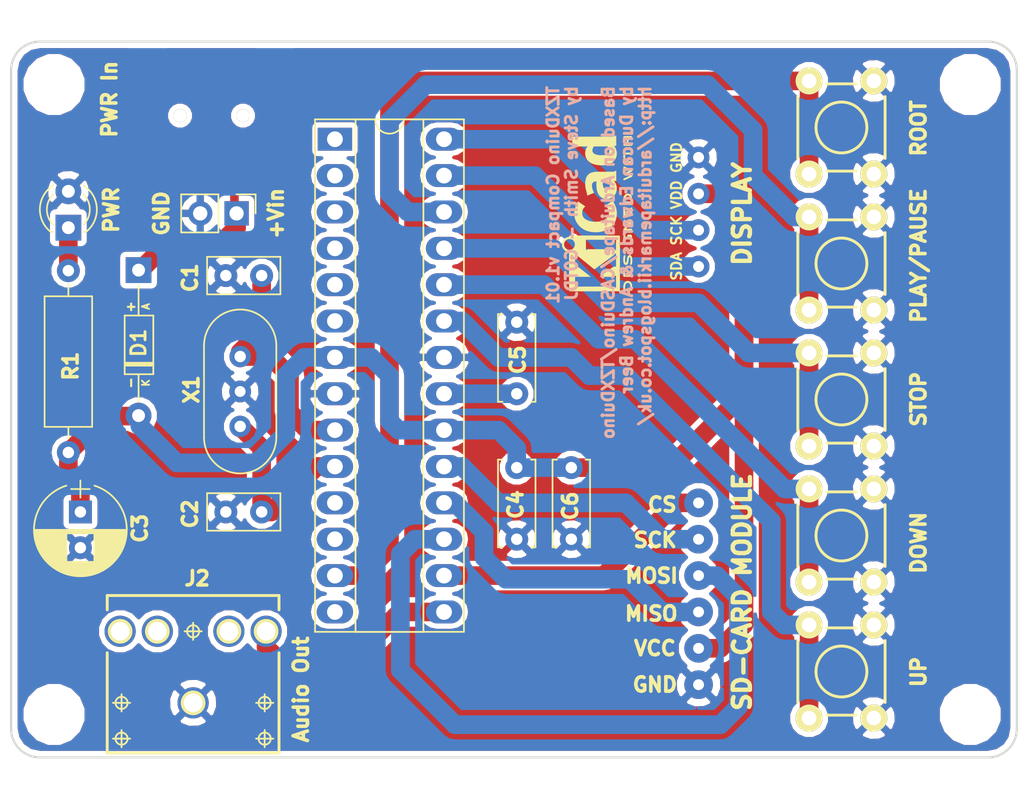
<source format=kicad_pcb>
(kicad_pcb (version 4) (host pcbnew 4.0.5)
  (layers (0 F.Cu signal) (31 B.Cu signal) (34 B.Paste user) (35 F.Paste user) (36 B.SilkS user) (37 F.SilkS user) (38 B.Mask user) (39 F.Mask user) (44 Edge.Cuts user))
  (net 0 "")
  (net 1 XTAL1)
  (net 2 XTAL2)
  (net 3 VCC)
  (net 4 "Net-(C5-Pad1)")
  (net 5 RESET)
  (net 6 VIN)
  (net 7 "Net-(D2-Pad1)")
  (net 8 GND)
  (net 9 A5)
  (net 10 A4)
  (net 11 D9)
  (net 12 D0)
  (net 13 D10)
  (net 14 D1)
  (net 15 MOSI)
  (net 16 D2)
  (net 17 MISO)
  (net 18 D3)
  (net 19 SCK)
  (net 20 D4)
  (net 21 A0)
  (net 22 A1)
  (net 23 D5)
  (net 24 A2)
  (net 25 D6)
  (net 26 A3)
  (net 27 D7)
  (net 28 D8)
  (net 29 "Net-(J1-Pad4)")
  (net 30 "Net-(J1-Pad3)")
  (net 31 "Net-(J1-Pad2)")
  (net 32 "Net-(J2-Pad3)")
  (module Capacitors_THT:C_Disc_D5.0mm_W2.5mm_P2.50mm (layer F.Cu) (at 127 93.345)
    (fp_text reference C1 (at -2.5 0.155 90) (layer F.SilkS) (effects (font (thickness 0.25))))
    (fp_text value 22pf hide)
    (pad 1 thru_hole circle (at 0 0) (size 1.6 1.6) (drill 0.8) (layers *.Cu *.Mask) (net 8 GND))
    (pad 2 thru_hole circle (at 2.5 0) (size 1.6 1.6) (drill 0.8) (layers *.Cu *.Mask) (net 1 XTAL1))
  )
  (module Capacitors_THT:C_Disc_D5.0mm_W2.5mm_P2.50mm (layer F.Cu) (at 127 109.855)
    (fp_text reference C2 (at -2.5 0.145 90) (layer F.SilkS) (effects (font (thickness 0.25))))
    (fp_text value 22pf hide)
    (pad 1 thru_hole circle (at 0 0) (size 1.6 1.6) (drill 0.8) (layers *.Cu *.Mask) (net 8 GND))
    (pad 2 thru_hole circle (at 2.5 0) (size 1.6 1.6) (drill 0.8) (layers *.Cu *.Mask) (net 2 XTAL2))
  )
  (module Capacitors_THT:CP_Radial_D6.3mm_P2.50mm (layer F.Cu) (at 116.84 109.855 270)
    (fp_text reference C3 (at 1.145 -4.16 270) (layer F.SilkS) (effects (font (thickness 0.25))))
    (fp_text value 10u hide)
    (pad 1 thru_hole rect (at 0 0 270) (size 1.6 1.6) (drill 0.8) (layers *.Cu *.Mask) (net 3 VCC))
    (pad 2 thru_hole circle (at 2.5 0 270) (size 1.6 1.6) (drill 0.8) (layers *.Cu *.Mask) (net 8 GND))
  )
  (module Capacitors_THT:C_Disc_D6.0mm_W2.5mm_P5.00mm (layer F.Cu) (at 147.32 111.76 90)
    (fp_text reference C4 (at 2.42 -0.08 90) (layer F.SilkS) (effects (font (thickness 0.25))))
    (fp_text value 100n hide)
    (pad 1 thru_hole circle (at 0 0 90) (size 1.6 1.6) (drill 0.8) (layers *.Cu *.Mask) (net 8 GND))
    (pad 2 thru_hole circle (at 5 0 90) (size 1.6 1.6) (drill 0.8) (layers *.Cu *.Mask) (net 3 VCC))
  )
  (module Capacitors_THT:C_Disc_D6.0mm_W2.5mm_P5.00mm (layer F.Cu) (at 147.32 101.6 90)
    (fp_text reference C5 (at 2.37 0.08 90) (layer F.SilkS) (effects (font (thickness 0.25))))
    (fp_text value 100n hide)
    (pad 1 thru_hole circle (at 0 0 90) (size 1.6 1.6) (drill 0.8) (layers *.Cu *.Mask) (net 4 "Net-(C5-Pad1)"))
    (pad 2 thru_hole circle (at 5 0 90) (size 1.6 1.6) (drill 0.8) (layers *.Cu *.Mask) (net 8 GND))
  )
  (module Capacitors_THT:C_Disc_D6.0mm_W2.5mm_P5.00mm (layer F.Cu) (at 151.13 111.76 90)
    (fp_text reference C6 (at 2.32 -0.07 90) (layer F.SilkS) (effects (font (thickness 0.25))))
    (fp_text value 10n hide)
    (pad 1 thru_hole circle (at 0 0 90) (size 1.6 1.6) (drill 0.8) (layers *.Cu *.Mask) (net 8 GND))
    (pad 2 thru_hole circle (at 5 0 90) (size 1.6 1.6) (drill 0.8) (layers *.Cu *.Mask) (net 3 VCC))
  )
  (module LEDs:LED_D3.0mm (layer F.Cu) (at 116 90 90)
    (fp_text reference D2 hide)
    (fp_text value LED hide)
    (pad 1 thru_hole rect (at 0 0 90) (size 1.8 1.8) (drill 0.9) (layers *.Cu *.Mask) (net 7 "Net-(D2-Pad1)"))
    (pad 2 thru_hole circle (at 2.54 0 90) (size 1.8 1.8) (drill 0.9) (layers *.Cu *.Mask) (net 8 GND))
  )
  (module G0TDJ:OLED128x64_I2C (layer F.Cu) (at 160.02 85.09 270)
    (fp_text reference DS1 hide)
    (fp_text value OLED128x64 hide)
    (fp_text user SDA (at 7.61 1.54 270) (layer F.SilkS) (effects (font (size 0.7 0.7))))
    (fp_text user SCK (at 5.11 1.54 270) (layer F.SilkS) (effects (font (size 0.7 0.7))))
    (fp_text user VDD (at 2.61 1.54 270) (layer F.SilkS) (effects (font (size 0.7 0.7))))
    (fp_text user GND (at 0.01 1.54 270) (layer F.SilkS) (effects (font (size 0.7 0.7))))
    (pad 1 thru_hole circle (at 0 0 270) (size 1.524 1.524) (drill 0.762) (layers *.Cu *.Mask) (net 8 GND))
    (pad 2 thru_hole circle (at 2.54 0 270) (size 1.524 1.524) (drill 0.762) (layers *.Cu *.Mask) (net 3 VCC))
    (pad 3 thru_hole circle (at 5.08 0 270) (size 1.524 1.524) (drill 0.762) (layers *.Cu *.Mask) (net 9 A5))
    (pad 4 thru_hole circle (at 7.62 0 270) (size 1.524 1.524) (drill 0.762) (layers *.Cu *.Mask) (net 10 A4))
  )
  (module G0TDJ:DIP-28_W7.62mm_Socket_LongPads_ZIF (layer F.Cu) (at 134.62 83.82)
    (fp_text reference IC1 hide)
    (fp_text value ATMEGA328P-P hide)
    (pad 1 thru_hole rect (at 0 0) (size 2.4 1.6) (drill 1.1) (layers *.Cu *.Mask) (net 5 RESET))
    (pad 15 thru_hole oval (at 7.62 33.02) (size 2.54 1.6) (drill 1.1) (layers *.Cu *.Mask) (net 11 D9))
    (pad 2 thru_hole oval (at 0 2.54) (size 2.54 1.6) (drill 1.1) (layers *.Cu *.Mask) (net 12 D0))
    (pad 16 thru_hole oval (at 7.62 30.48) (size 2.54 1.6) (drill 1.1) (layers *.Cu *.Mask) (net 13 D10))
    (pad 3 thru_hole oval (at 0 5.08) (size 2.54 1.6) (drill 1.1) (layers *.Cu *.Mask) (net 14 D1))
    (pad 17 thru_hole oval (at 7.62 27.94) (size 2.54 1.6) (drill 1.1) (layers *.Cu *.Mask) (net 15 MOSI))
    (pad 4 thru_hole oval (at 0 7.62) (size 2.54 1.6) (drill 1.1) (layers *.Cu *.Mask) (net 16 D2))
    (pad 18 thru_hole oval (at 7.62 25.4) (size 2.54 1.6) (drill 1.1) (layers *.Cu *.Mask) (net 17 MISO))
    (pad 5 thru_hole oval (at 0 10.16) (size 2.54 1.6) (drill 1.1) (layers *.Cu *.Mask) (net 18 D3))
    (pad 19 thru_hole oval (at 7.62 22.86) (size 2.54 1.6) (drill 1.1) (layers *.Cu *.Mask) (net 19 SCK))
    (pad 6 thru_hole oval (at 0 12.7) (size 2.54 1.6) (drill 1.1) (layers *.Cu *.Mask) (net 20 D4))
    (pad 20 thru_hole oval (at 7.62 20.32) (size 2.54 1.6) (drill 1.1) (layers *.Cu *.Mask) (net 3 VCC))
    (pad 7 thru_hole oval (at 0 15.24) (size 2.54 1.6) (drill 1.1) (layers *.Cu *.Mask) (net 3 VCC))
    (pad 21 thru_hole oval (at 7.62 17.78) (size 2.54 1.6) (drill 1.1) (layers *.Cu *.Mask) (net 4 "Net-(C5-Pad1)"))
    (pad 8 thru_hole oval (at 0 17.78) (size 2.54 1.6) (drill 1.1) (layers *.Cu *.Mask) (net 8 GND))
    (pad 22 thru_hole oval (at 7.62 15.24) (size 2.54 1.6) (drill 1.1) (layers *.Cu *.Mask) (net 8 GND))
    (pad 9 thru_hole oval (at 0 20.32) (size 2.54 1.6) (drill 1.1) (layers *.Cu *.Mask) (net 1 XTAL1))
    (pad 23 thru_hole oval (at 7.62 12.7) (size 2.54 1.6) (drill 1.1) (layers *.Cu *.Mask) (net 21 A0))
    (pad 10 thru_hole oval (at 0 22.86) (size 2.54 1.6) (drill 1.1) (layers *.Cu *.Mask) (net 2 XTAL2))
    (pad 24 thru_hole oval (at 7.62 10.16) (size 2.54 1.6) (drill 1.1) (layers *.Cu *.Mask) (net 22 A1))
    (pad 11 thru_hole oval (at 0 25.4) (size 2.54 1.6) (drill 1.1) (layers *.Cu *.Mask) (net 23 D5))
    (pad 25 thru_hole oval (at 7.62 7.62) (size 2.54 1.6) (drill 1.1) (layers *.Cu *.Mask) (net 24 A2))
    (pad 12 thru_hole oval (at 0 27.94) (size 2.54 1.6) (drill 1.1) (layers *.Cu *.Mask) (net 25 D6))
    (pad 26 thru_hole oval (at 7.62 5.08) (size 2.54 1.6) (drill 1.1) (layers *.Cu *.Mask) (net 26 A3))
    (pad 13 thru_hole oval (at 0 30.48) (size 2.54 1.6) (drill 1.1) (layers *.Cu *.Mask) (net 27 D7))
    (pad 27 thru_hole oval (at 7.62 2.54) (size 2.54 1.6) (drill 1.1) (layers *.Cu *.Mask) (net 10 A4))
    (pad 14 thru_hole oval (at 0 33.02) (size 2.54 1.6) (drill 1.1) (layers *.Cu *.Mask) (net 28 D8))
    (pad 28 thru_hole oval (at 7.62 0) (size 2.54 1.6) (drill 1.1) (layers *.Cu *.Mask) (net 9 A5))
  )
  (module G0TDJ:USB-MINI-B-SMD (layer F.Cu) (at 126 82)
    (fp_text reference J1)
    (fp_text value USB_MINI)
    (pad "" smd rect (at 4.45008 -2.82956) (size 1.99898 2.49936) (layers F.Cu F.Paste F.Mask) (clearance 0.14986))
    (pad "" smd rect (at 4.45008 2.66954) (size 1.99898 2.49936) (layers F.Cu F.Paste F.Mask))
    (pad 6 smd rect (at -4.45008 2.66954) (size 1.99898 2.49936) (layers F.Cu F.Paste F.Mask))
    (pad "" smd rect (at -4.45008 -2.82956) (size 1.99898 2.49936) (layers F.Cu F.Paste F.Mask))
    (pad "" thru_hole circle (at 2.19964 0.17018) (size 0.90932 0.90932) (drill 0.89916) (layers *.Cu *.Mask F.SilkS) (clearance 0.14986))
    (pad "" thru_hole circle (at -2.19964 0.17018) (size 0.90932 0.90932) (drill 0.89916) (layers *.Cu *.Mask F.SilkS) (clearance 0.14986))
    (pad 5 smd rect (at -1.6002 2.77114) (size 0.50038 2.30124) (layers F.Cu F.Paste F.Mask) (net 8 GND) (clearance 0.14986))
    (pad 4 smd rect (at -0.8001 2.77114) (size 0.50038 2.30124) (layers F.Cu F.Paste F.Mask) (net 29 "Net-(J1-Pad4)") (clearance 0.14986))
    (pad 3 smd rect (at 0 2.77114) (size 0.50038 2.30124) (layers F.Cu F.Paste F.Mask) (net 30 "Net-(J1-Pad3)") (clearance 0.14986))
    (pad 2 smd rect (at 0.8001 2.77114) (size 0.50038 2.30124) (layers F.Cu F.Paste F.Mask) (net 31 "Net-(J1-Pad2)") (clearance 0.14986))
    (pad 1 smd rect (at 1.6002 2.77114) (size 0.50038 2.30124) (layers F.Cu F.Paste F.Mask) (net 6 VIN) (clearance 0.14986))
  )
  (module Pin_Headers:Pin_Header_Straight_1x02_Pitch2.54mm (layer F.Cu) (at 127.75 89 270)
    (fp_text reference P1 hide)
    (fp_text value CONN_2 hide)
    (pad 1 thru_hole rect (at 0 0 270) (size 1.7 1.7) (drill 1) (layers *.Cu *.Mask) (net 6 VIN))
    (pad 2 thru_hole oval (at 0 2.54 270) (size 1.7 1.7) (drill 1) (layers *.Cu *.Mask) (net 8 GND))
  )
  (module G0TDJ:XTAL-RES_HC49-4H_Vertical (layer F.Cu) (at 128 99 270)
    (fp_text reference X1 (at 2.3 3.4 270) (layer F.SilkS) (effects (font (thickness 0.25))))
    (fp_text value "XTAL/RES 16MHz" hide)
    (pad 1 thru_hole circle (at 0 0 270) (size 1.5 1.5) (drill 0.8) (layers *.Cu *.Mask) (net 1 XTAL1))
    (pad 2 thru_hole circle (at 4.88 0 270) (size 1.5 1.5) (drill 0.8) (layers *.Cu *.Mask) (net 2 XTAL2))
    (pad 3 thru_hole circle (at 2.44 0 270) (size 1.524 1.524) (drill 0.762) (layers *.Cu *.Mask) (net 8 GND))
  )
  (module Resistors_THT:R_Axial_DIN0309_L9.0mm_D3.2mm_P12.70mm_Horizontal (layer F.Cu) (at 116 93 270)
    (fp_text reference R1 (at 6.67 -0.16 270) (layer F.SilkS) (effects (font (thickness 0.25))))
    (fp_text value 330R hide)
    (pad 1 thru_hole circle (at 0 0 270) (size 1.6 1.6) (drill 0.8) (layers *.Cu *.Mask) (net 7 "Net-(D2-Pad1)"))
    (pad 2 thru_hole oval (at 12.7 0 270) (size 1.6 1.6) (drill 0.8) (layers *.Cu *.Mask) (net 3 VCC))
  )
  (module G0TDJ:TACTILE-PTH (layer F.Cu) (at 170 121 270)
    (fp_text reference S1 hide)
    (fp_text value TAC_SWITCH hide)
    (pad 1 thru_hole circle (at -3.2512 -2.2606 270) (size 1.8796 1.8796) (drill 1.016) (layers *.Cu *.Mask F.SilkS) (net 8 GND))
    (pad 2 thru_hole circle (at 3.2512 -2.2606 270) (size 1.8796 1.8796) (drill 1.016) (layers *.Cu *.Mask F.SilkS) (net 8 GND))
    (pad 3 thru_hole circle (at -3.2512 2.2606 270) (size 1.8796 1.8796) (drill 1.016) (layers *.Cu *.Mask F.SilkS) (net 21 A0))
    (pad 4 thru_hole circle (at 3.2512 2.2606 270) (size 1.8796 1.8796) (drill 1.016) (layers *.Cu *.Mask F.SilkS) (net 21 A0))
  )
  (module G0TDJ:TACTILE-PTH (layer F.Cu) (at 170 111.5 270)
    (fp_text reference S2 hide)
    (fp_text value TAC_SWITCH hide)
    (pad 1 thru_hole circle (at -3.2512 -2.2606 270) (size 1.8796 1.8796) (drill 1.016) (layers *.Cu *.Mask F.SilkS) (net 8 GND))
    (pad 2 thru_hole circle (at 3.2512 -2.2606 270) (size 1.8796 1.8796) (drill 1.016) (layers *.Cu *.Mask F.SilkS) (net 8 GND))
    (pad 3 thru_hole circle (at -3.2512 2.2606 270) (size 1.8796 1.8796) (drill 1.016) (layers *.Cu *.Mask F.SilkS) (net 22 A1))
    (pad 4 thru_hole circle (at 3.2512 2.2606 270) (size 1.8796 1.8796) (drill 1.016) (layers *.Cu *.Mask F.SilkS) (net 22 A1))
  )
  (module G0TDJ:TACTILE-PTH (layer F.Cu) (at 170 102 270)
    (fp_text reference S3 hide)
    (fp_text value TAC_SWITCH hide)
    (pad 1 thru_hole circle (at -3.2512 -2.2606 270) (size 1.8796 1.8796) (drill 1.016) (layers *.Cu *.Mask F.SilkS) (net 8 GND))
    (pad 2 thru_hole circle (at 3.2512 -2.2606 270) (size 1.8796 1.8796) (drill 1.016) (layers *.Cu *.Mask F.SilkS) (net 8 GND))
    (pad 3 thru_hole circle (at -3.2512 2.2606 270) (size 1.8796 1.8796) (drill 1.016) (layers *.Cu *.Mask F.SilkS) (net 24 A2))
    (pad 4 thru_hole circle (at 3.2512 2.2606 270) (size 1.8796 1.8796) (drill 1.016) (layers *.Cu *.Mask F.SilkS) (net 24 A2))
  )
  (module G0TDJ:TACTILE-PTH (layer F.Cu) (at 170 92.5 270)
    (fp_text reference S4 hide)
    (fp_text value TAC_SWITCH hide)
    (pad 1 thru_hole circle (at -3.2512 -2.2606 270) (size 1.8796 1.8796) (drill 1.016) (layers *.Cu *.Mask F.SilkS) (net 8 GND))
    (pad 2 thru_hole circle (at 3.2512 -2.2606 270) (size 1.8796 1.8796) (drill 1.016) (layers *.Cu *.Mask F.SilkS) (net 8 GND))
    (pad 3 thru_hole circle (at -3.2512 2.2606 270) (size 1.8796 1.8796) (drill 1.016) (layers *.Cu *.Mask F.SilkS) (net 26 A3))
    (pad 4 thru_hole circle (at 3.2512 2.2606 270) (size 1.8796 1.8796) (drill 1.016) (layers *.Cu *.Mask F.SilkS) (net 26 A3))
  )
  (module G0TDJ:TACTILE-PTH (layer F.Cu) (at 170 83 270)
    (fp_text reference S5 hide)
    (fp_text value TAC_SWITCH hide)
    (pad 1 thru_hole circle (at -3.2512 -2.2606 270) (size 1.8796 1.8796) (drill 1.016) (layers *.Cu *.Mask F.SilkS) (net 8 GND))
    (pad 2 thru_hole circle (at 3.2512 -2.2606 270) (size 1.8796 1.8796) (drill 1.016) (layers *.Cu *.Mask F.SilkS) (net 8 GND))
    (pad 3 thru_hole circle (at -3.2512 2.2606 270) (size 1.8796 1.8796) (drill 1.016) (layers *.Cu *.Mask F.SilkS) (net 27 D7))
    (pad 4 thru_hole circle (at 3.2512 2.2606 270) (size 1.8796 1.8796) (drill 1.016) (layers *.Cu *.Mask F.SilkS) (net 27 D7))
  )
  (module G0TDJ:Catalex_Micro-SD_Module (layer F.Cu) (at 142.24 115.57)
    (fp_text reference MOD1 hide)
    (fp_text value Catalex_Micro_SD hide)
    (fp_text user GND (at 14.732 6.35) (layer F.SilkS) (effects (font (thickness 0.25))))
    (fp_text user VCC (at 14.732 3.81) (layer F.SilkS) (effects (font (thickness 0.25))))
    (fp_text user MISO (at 14.478 1.397) (layer F.SilkS) (effects (font (thickness 0.25))))
    (fp_text user MOSI (at 14.5 -1.25) (layer F.SilkS) (effects (font (thickness 0.25))))
    (fp_text user SCK (at 14.75 -3.75) (layer F.SilkS) (effects (font (thickness 0.25))))
    (fp_text user CS (at 15.24 -6.223) (layer F.SilkS) (effects (font (thickness 0.25))))
    (pad 4 thru_hole circle (at 17.78 -6.35) (size 2 2) (drill 0.762) (layers *.Cu *.Mask) (net 13 D10))
    (pad 5 thru_hole circle (at 17.78 -3.81) (size 2 2) (drill 0.762) (layers *.Cu *.Mask) (net 19 SCK))
    (pad 6 thru_hole circle (at 17.78 -1.27) (size 2 2) (drill 0.762) (layers *.Cu *.Mask) (net 15 MOSI))
    (pad 7 thru_hole circle (at 17.78 1.27) (size 2 2) (drill 0.762) (layers *.Cu *.Mask) (net 17 MISO))
    (pad 8 thru_hole circle (at 17.78 3.81) (size 2 2) (drill 0.762) (layers *.Cu *.Mask) (net 3 VCC))
    (pad 9 thru_hole circle (at 17.78 6.35) (size 2 2) (drill 0.762) (layers *.Cu *.Mask) (net 8 GND))
  )
  (module G0TDJ:3.5-AUDIO-JACK-KIT (layer F.Cu) (at 124.714 123.19 90)
    (fp_text reference J2 (at 8.69 0.286 180) (layer F.SilkS) (effects (font (thickness 0.25))))
    (fp_text value 35RAPC4BHN2 hide)
    (pad 5 thru_hole circle (at 4.99872 -5.09778 90) (size 2.18186 2.18186) (drill 1.29794) (layers *.Cu *.Paste *.Mask))
    (pad 4 thru_hole circle (at 4.99872 -2.49936 90) (size 2.18186 2.18186) (drill 1.29794) (layers *.Cu *.Paste *.Mask))
    (pad 1 thru_hole circle (at 0 0 90) (size 2.18186 2.18186) (drill 1.29794) (layers *.Cu *.Paste *.Mask) (net 8 GND))
    (pad 2 thru_hole circle (at 4.99872 5.09778 90) (size 2.18186 2.18186) (drill 1.29794) (layers *.Cu *.Paste *.Mask) (net 11 D9))
    (pad 3 thru_hole circle (at 4.99872 2.49936 90) (size 2.18186 2.18186) (drill 1.29794) (layers *.Cu *.Paste *.Mask) (net 32 "Net-(J2-Pad3)"))
  )
  (module Mounting_Holes:MountingHole_3.5mm (layer F.Cu) (at 115 124)
    (fp_text reference REF** hide)
    (fp_text value MountingHole_3.5mm hide)
    (pad 1 np_thru_hole circle (at 0 0) (size 3.5 3.5) (drill 3.5) (layers *.Cu *.Mask))
  )
  (module Mounting_Holes:MountingHole_3.5mm (layer F.Cu) (at 115 80)
    (fp_text reference REF** hide)
    (fp_text value MountingHole_3.5mm hide)
    (pad 1 np_thru_hole circle (at 0 0) (size 3.5 3.5) (drill 3.5) (layers *.Cu *.Mask))
  )
  (module Mounting_Holes:MountingHole_3.5mm (layer F.Cu) (at 179 80)
    (fp_text reference REF** hide)
    (fp_text value MountingHole_3.5mm hide)
    (pad 1 np_thru_hole circle (at 0 0) (size 3.5 3.5) (drill 3.5) (layers *.Cu *.Mask))
  )
  (module Mounting_Holes:MountingHole_3.5mm (layer F.Cu) (at 179 124)
    (fp_text reference REF** hide)
    (fp_text value MountingHole_3.5mm hide)
    (pad 1 np_thru_hole circle (at 0 0) (size 3.5 3.5) (drill 3.5) (layers *.Cu *.Mask))
  )
  (module ProjectAVR_Logos:KiCad-Logo_Copper_11mmx5mm (layer F.Cu) (at 152.5 89 90)
    (fp_text reference G***)
    (fp_text value "KiCad Logo" hide)
    (fp_text user "DESIGNED WITH" (at 0 2.6 90) (layer F.SilkS) (effects (font (size 0.5 0.97) (thickness 0.125))))
    (pad 1 smd circle (at -2.17 -1.49 90) (size 0.9 0.9) (layers F.Cu F.Mask))
  )
  (module ProjectAVR_Logos:projectavr_logo_F_Copper_11.5mm (layer F.Cu) (at 179 102 90)
    (fp_text reference G*** hide)
    (fp_text value LOGO hide)
    (fp_poly (pts (xy -0.746125 0.173591) (xy -0.746567 0.308231) (xy -0.747827 0.431796) (xy -0.749809 0.540578) (xy -0.752414 0.63087) (xy -0.755546 0.698966) (xy -0.759107 0.741158) (xy -0.761318 0.752268) (xy -0.793942 0.795841) (xy -0.850119 0.826409) (xy -0.923186 0.840719) (xy -0.943775 0.841375) (xy -1.016 0.841375) (xy -1.016 0.778433) (xy -1.010627 0.730387) (xy -0.992065 0.703405) (xy -0.98425 0.6985) (xy -0.975594 0.692809) (xy -0.968673 0.683801) (xy -0.963292 0.668181) (xy -0.959259 0.642652) (xy -0.956379 0.603917) (xy -0.954459 0.54868) (xy -0.953305 0.473645) (xy -0.952724 0.375515) (xy -0.952521 0.250994) (xy -0.9525 0.158191) (xy -0.9525 -0.365125) (xy -0.746125 -0.365125) (xy -0.746125 0.173591)) (layer F.Cu) (width 0.01))
    (fp_poly (pts (xy -1.2243 -0.365945) (xy -1.149212 -0.326859) (xy -1.107151 -0.287416) (xy -1.081904 -0.253159) (xy -1.062881 -0.215169) (xy -1.049252 -0.168523) (xy -1.04019 -0.108303) (xy -1.034867 -0.029587) (xy -1.032454 0.072544) (xy -1.032053 0.15875) (xy -1.032982 0.254097) (xy -1.035556 0.342497) (xy -1.039451 0.417328) (xy -1.044347 0.471967) (xy -1.048449 0.4956) (xy -1.081476 0.568123) (xy -1.133628 0.631328) (xy -1.195833 0.674456) (xy -1.201281 0.676846) (xy -1.263072 0.692332) (xy -1.338631 0.697086) (xy -1.413066 0.691155) (xy -1.468438 0.675999) (xy -1.528552 0.636699) (xy -1.582539 0.580108) (xy -1.618172 0.519053) (xy -1.618241 0.518872) (xy -1.62394 0.487605) (xy -1.628688 0.429176) (xy -1.632273 0.348165) (xy -1.634484 0.249153) (xy -1.6351 0.155991) (xy -1.42875 0.155991) (xy -1.428423 0.265153) (xy -1.427212 0.346992) (xy -1.424774 0.405933) (xy -1.420767 0.446398) (xy -1.414847 0.472811) (xy -1.406671 0.489596) (xy -1.402478 0.494843) (xy -1.36164 0.51969) (xy -1.314109 0.521168) (xy -1.272658 0.49985) (xy -1.262963 0.488592) (xy -1.253915 0.470297) (xy -1.247288 0.442029) (xy -1.242745 0.399298) (xy -1.239951 0.337612) (xy -1.238568 0.25248) (xy -1.23825 0.15875) (xy -1.238702 0.050257) (xy -1.240279 -0.030987) (xy -1.24332 -0.089473) (xy -1.248161 -0.129694) (xy -1.255137 -0.15614) (xy -1.262963 -0.171093) (xy -1.300162 -0.199709) (xy -1.347654 -0.204625) (xy -1.393773 -0.185074) (xy -1.399719 -0.180103) (xy -1.409786 -0.168391) (xy -1.417235 -0.151096) (xy -1.422453 -0.123736) (xy -1.425826 -0.081833) (xy -1.427741 -0.020908) (xy -1.428585 0.063518) (xy -1.42875 0.155991) (xy -1.6351 0.155991) (xy -1.635125 0.152275) (xy -1.634943 0.04255) (xy -1.634084 -0.040439) (xy -1.632079 -0.101705) (xy -1.62846 -0.146263) (xy -1.622757 -0.179124) (xy -1.614503 -0.205303) (xy -1.603229 -0.229813) (xy -1.59857 -0.23876) (xy -1.546928 -0.30493) (xy -1.476763 -0.351418) (xy -1.394992 -0.377539) (xy -1.308532 -0.38261) (xy -1.2243 -0.365945)) (layer F.Cu) (width 0.01))
    (fp_poly (pts (xy -0.247207 -0.367237) (xy -0.184778 -0.342497) (xy -0.132483 -0.298424) (xy -0.104169 -0.263825) (xy -0.089999 -0.240886) (xy -0.080146 -0.212356) (xy -0.073595 -0.171795) (xy -0.069331 -0.112761) (xy -0.066339 -0.028814) (xy -0.066175 -0.022712) (xy -0.060911 0.174625) (xy -0.4445 0.174625) (xy -0.4445 0.313967) (xy -0.441218 0.402791) (xy -0.430206 0.464281) (xy -0.409721 0.502283) (xy -0.378015 0.520644) (xy -0.34925 0.523875) (xy -0.302595 0.511792) (xy -0.271897 0.474649) (xy -0.256369 0.411096) (xy -0.254 0.361592) (xy -0.254 0.269875) (xy -0.060242 0.269875) (xy -0.06584 0.40366) (xy -0.072849 0.488335) (xy -0.088238 0.550372) (xy -0.115972 0.598573) (xy -0.160017 0.641744) (xy -0.180083 0.657341) (xy -0.234383 0.682358) (xy -0.306707 0.695245) (xy -0.385587 0.69563) (xy -0.459554 0.683143) (xy -0.500063 0.667695) (xy -0.550915 0.632459) (xy -0.596003 0.586639) (xy -0.60325 0.576774) (xy -0.616324 0.55655) (xy -0.626229 0.536432) (xy -0.633482 0.511777) (xy -0.638596 0.477944) (xy -0.642086 0.430293) (xy -0.644467 0.364182) (xy -0.646254 0.274969) (xy -0.647713 0.17584) (xy -0.649166 0.062796) (xy -0.649702 -0.023295) (xy -0.649253 -0.06104) (xy -0.4445 -0.06104) (xy -0.4445 0.03175) (xy -0.249591 0.03175) (xy -0.258282 -0.064094) (xy -0.268672 -0.13505) (xy -0.286197 -0.179245) (xy -0.313757 -0.201382) (xy -0.345976 -0.206375) (xy -0.3952 -0.196324) (xy -0.426631 -0.16436) (xy -0.442107 -0.107772) (xy -0.4445 -0.06104) (xy -0.649253 -0.06104) (xy -0.648941 -0.087229) (xy -0.646506 -0.133799) (xy -0.642019 -0.167798) (xy -0.635101 -0.194021) (xy -0.625375 -0.217261) (xy -0.615126 -0.237288) (xy -0.562463 -0.308573) (xy -0.492404 -0.354687) (xy -0.403246 -0.376469) (xy -0.329914 -0.377762) (xy -0.247207 -0.367237)) (layer F.Cu) (width 0.01))
    (fp_poly (pts (xy 0.434598 -0.36225) (xy 0.50847 -0.32645) (xy 0.559937 -0.268858) (xy 0.590482 -0.18797) (xy 0.600582 -0.110618) (xy 0.606832 0) (xy 0.396875 0) (xy 0.396875 -0.084138) (xy 0.39207 -0.148129) (xy 0.375526 -0.186415) (xy 0.344051 -0.203872) (xy 0.316785 -0.206375) (xy 0.286233 -0.20422) (xy 0.26304 -0.195219) (xy 0.246205 -0.175568) (xy 0.234725 -0.141464) (xy 0.227598 -0.089103) (xy 0.223822 -0.014682) (xy 0.222396 0.085603) (xy 0.22225 0.152498) (xy 0.222894 0.270972) (xy 0.225462 0.361423) (xy 0.230905 0.427563) (xy 0.240176 0.473104) (xy 0.254227 0.501758) (xy 0.27401 0.517237) (xy 0.300476 0.523253) (xy 0.3175 0.523875) (xy 0.364155 0.511792) (xy 0.394853 0.474649) (xy 0.410381 0.411096) (xy 0.41275 0.361592) (xy 0.41275 0.269875) (xy 0.606508 0.269875) (xy 0.60091 0.40366) (xy 0.593901 0.488335) (xy 0.578512 0.550372) (xy 0.550778 0.598573) (xy 0.506733 0.641744) (xy 0.486667 0.657341) (xy 0.432367 0.682358) (xy 0.360043 0.695245) (xy 0.281163 0.69563) (xy 0.207196 0.683143) (xy 0.166687 0.667695) (xy 0.115835 0.632459) (xy 0.070747 0.586639) (xy 0.0635 0.576774) (xy 0.050426 0.55655) (xy 0.040521 0.536432) (xy 0.033268 0.511777) (xy 0.028154 0.477944) (xy 0.024664 0.430293) (xy 0.022283 0.364182) (xy 0.020496 0.274969) (xy 0.019037 0.17584) (xy 0.017584 0.062796) (xy 0.017048 -0.023295) (xy 0.017809 -0.087229) (xy 0.020244 -0.133799) (xy 0.024731 -0.167798) (xy 0.031649 -0.194021) (xy 0.041375 -0.217261) (xy 0.051624 -0.237288) (xy 0.104287 -0.308573) (xy 0.174346 -0.354687) (xy 0.263504 -0.376469) (xy 0.336836 -0.377762) (xy 0.434598 -0.36225)) (layer F.Cu) (width 0.01))
    (fp_poly (pts (xy 3.847723 -0.36225) (xy 3.921595 -0.32645) (xy 3.973062 -0.268858) (xy 4.003607 -0.18797) (xy 4.013707 -0.110618) (xy 4.019957 0) (xy 3.81 0) (xy 3.81 -0.084138) (xy 3.805195 -0.148129) (xy 3.788651 -0.186415) (xy 3.757176 -0.203872) (xy 3.72991 -0.206375) (xy 3.699358 -0.20422) (xy 3.676165 -0.195219) (xy 3.65933 -0.175568) (xy 3.64785 -0.141464) (xy 3.640723 -0.089103) (xy 3.636947 -0.014682) (xy 3.635521 0.085603) (xy 3.635375 0.152498) (xy 3.636019 0.270972) (xy 3.638587 0.361423) (xy 3.64403 0.427563) (xy 3.653301 0.473104) (xy 3.667352 0.501758) (xy 3.687135 0.517237) (xy 3.713601 0.523253) (xy 3.730625 0.523875) (xy 3.77728 0.511792) (xy 3.807978 0.474649) (xy 3.823506 0.411096) (xy 3.825875 0.361592) (xy 3.825875 0.269875) (xy 4.019633 0.269875) (xy 4.014035 0.40366) (xy 4.007026 0.488335) (xy 3.991637 0.550372) (xy 3.963903 0.598573) (xy 3.919858 0.641744) (xy 3.899792 0.657341) (xy 3.845492 0.682358) (xy 3.773168 0.695245) (xy 3.694288 0.69563) (xy 3.620321 0.683143) (xy 3.579812 0.667695) (xy 3.52896 0.632459) (xy 3.483872 0.586639) (xy 3.476625 0.576774) (xy 3.463551 0.55655) (xy 3.453646 0.536432) (xy 3.446393 0.511777) (xy 3.441279 0.477944) (xy 3.437789 0.430293) (xy 3.435408 0.364182) (xy 3.433621 0.274969) (xy 3.432162 0.17584) (xy 3.430709 0.062796) (xy 3.430173 -0.023295) (xy 3.430934 -0.087229) (xy 3.433369 -0.133799) (xy 3.437856 -0.167798) (xy 3.444774 -0.194021) (xy 3.4545 -0.217261) (xy 3.464749 -0.237288) (xy 3.517412 -0.308573) (xy 3.587471 -0.354687) (xy 3.676629 -0.376469) (xy 3.749961 -0.377762) (xy 3.847723 -0.36225)) (layer F.Cu) (width 0.01))
    (fp_poly (pts (xy 4.474825 -0.365945) (xy 4.549913 -0.326859) (xy 4.591974 -0.287416) (xy 4.617221 -0.253159) (xy 4.636244 -0.215169) (xy 4.649873 -0.168523) (xy 4.658935 -0.108303) (xy 4.664258 -0.029587) (xy 4.666671 0.072544) (xy 4.667072 0.15875) (xy 4.666143 0.254097) (xy 4.663569 0.342497) (xy 4.659674 0.417328) (xy 4.654778 0.471967) (xy 4.650676 0.4956) (xy 4.617649 0.568123) (xy 4.565497 0.631328) (xy 4.503292 0.674456) (xy 4.497844 0.676846) (xy 4.436053 0.692332) (xy 4.360494 0.697086) (xy 4.286059 0.691155) (xy 4.230687 0.675999) (xy 4.170573 0.636699) (xy 4.116586 0.580108) (xy 4.080953 0.519053) (xy 4.080884 0.518872) (xy 4.075185 0.487605) (xy 4.070437 0.429176) (xy 4.066852 0.348165) (xy 4.064641 0.249153) (xy 4.064025 0.155991) (xy 4.270375 0.155991) (xy 4.270702 0.265153) (xy 4.271913 0.346992) (xy 4.274351 0.405933) (xy 4.278358 0.446398) (xy 4.284278 0.472811) (xy 4.292454 0.489596) (xy 4.296647 0.494843) (xy 4.337485 0.51969) (xy 4.385016 0.521168) (xy 4.426467 0.49985) (xy 4.436162 0.488592) (xy 4.44521 0.470297) (xy 4.451837 0.442029) (xy 4.45638 0.399298) (xy 4.459174 0.337612) (xy 4.460557 0.25248) (xy 4.460875 0.15875) (xy 4.460423 0.050257) (xy 4.458846 -0.030987) (xy 4.455805 -0.089473) (xy 4.450964 -0.129694) (xy 4.443988 -0.15614) (xy 4.436162 -0.171093) (xy 4.398963 -0.199709) (xy 4.351471 -0.204625) (xy 4.305352 -0.185074) (xy 4.299406 -0.180103) (xy 4.289339 -0.168391) (xy 4.28189 -0.151096) (xy 4.276672 -0.123736) (xy 4.273299 -0.081833) (xy 4.271384 -0.020908) (xy 4.27054 0.063518) (xy 4.270375 0.155991) (xy 4.064025 0.155991) (xy 4.064 0.152275) (xy 4.064182 0.04255) (xy 4.065041 -0.040439) (xy 4.067046 -0.101705) (xy 4.070665 -0.146263) (xy 4.076368 -0.179124) (xy 4.084622 -0.205303) (xy 4.095896 -0.229813) (xy 4.100555 -0.23876) (xy 4.152197 -0.30493) (xy 4.222362 -0.351418) (xy 4.304133 -0.377539) (xy 4.390593 -0.38261) (xy 4.474825 -0.365945)) (layer F.Cu) (width 0.01))
    (fp_poly (pts (xy -5.58111 -0.365136) (xy -5.560912 -0.359294) (xy -5.546222 -0.344349) (xy -5.535342 -0.316397) (xy -5.526572 -0.271534) (xy -5.518213 -0.205856) (xy -5.508567 -0.11546) (xy -5.499751 -0.03175) (xy -5.490504 0.052764) (xy -5.482189 0.125292) (xy -5.475464 0.180358) (xy -5.470988 0.212485) (xy -5.469683 0.218449) (xy -5.466059 0.205026) (xy -5.458347 0.165236) (xy -5.447443 0.10407) (xy -5.434241 0.026518) (xy -5.422705 -0.043489) (xy -5.405253 -0.151705) (xy -5.391834 -0.232624) (xy -5.380786 -0.290182) (xy -5.370448 -0.328317) (xy -5.359156 -0.350965) (xy -5.34525 -0.362065) (xy -5.327067 -0.365554) (xy -5.302945 -0.365368) (xy -5.286935 -0.365125) (xy -5.21026 -0.365125) (xy -5.193258 -0.265907) (xy -5.183179 -0.205952) (xy -5.17023 -0.127343) (xy -5.156497 -0.042788) (xy -5.149629 0) (xy -5.137725 0.069681) (xy -5.1264 0.127497) (xy -5.117132 0.166352) (xy -5.112397 0.178809) (xy -5.107441 0.167883) (xy -5.100189 0.130104) (xy -5.091352 0.070228) (xy -5.081637 -0.00699) (xy -5.07276 -0.087097) (xy -5.043727 -0.365125) (xy -4.950739 -0.365125) (xy -4.892292 -0.36234) (xy -4.862951 -0.353671) (xy -4.858416 -0.345282) (xy -4.860876 -0.325227) (xy -4.867536 -0.277704) (xy -4.877822 -0.206637) (xy -4.891159 -0.115947) (xy -4.906971 -0.009555) (xy -4.924684 0.108616) (xy -4.934638 0.174625) (xy -5.010195 0.674687) (xy -5.202665 0.684027) (xy -5.230862 0.496795) (xy -5.249997 0.370063) (xy -5.265058 0.271643) (xy -5.276648 0.198443) (xy -5.285366 0.14737) (xy -5.291816 0.115331) (xy -5.296597 0.099234) (xy -5.300311 0.095988) (xy -5.30356 0.102499) (xy -5.305859 0.111125) (xy -5.311577 0.139688) (xy -5.321262 0.19344) (xy -5.333845 0.266223) (xy -5.348256 0.351876) (xy -5.358945 0.416718) (xy -5.402401 0.682625) (xy -5.494898 0.682625) (xy -5.54755 0.681338) (xy -5.576668 0.675542) (xy -5.590428 0.662327) (xy -5.595345 0.646906) (xy -5.599668 0.622628) (xy -5.607817 0.572446) (xy -5.61908 0.501048) (xy -5.632746 0.413116) (xy -5.648106 0.313338) (xy -5.664448 0.206396) (xy -5.681061 0.096978) (xy -5.697234 -0.010233) (xy -5.712257 -0.110551) (xy -5.725419 -0.199291) (xy -5.736008 -0.271768) (xy -5.743315 -0.323297) (xy -5.746628 -0.349192) (xy -5.74675 -0.35101) (xy -5.73228 -0.358237) (xy -5.694456 -0.363327) (xy -5.644824 -0.365125) (xy -5.608514 -0.365779) (xy -5.58111 -0.365136)) (layer F.Cu) (width 0.01))
    (fp_poly (pts (xy -4.676235 -0.365136) (xy -4.656037 -0.359294) (xy -4.641347 -0.344349) (xy -4.630467 -0.316397) (xy -4.621697 -0.271534) (xy -4.613338 -0.205856) (xy -4.603692 -0.11546) (xy -4.594876 -0.03175) (xy -4.585629 0.052764) (xy -4.577314 0.125292) (xy -4.570589 0.180358) (xy -4.566113 0.212485) (xy -4.564808 0.218449) (xy -4.561184 0.205026) (xy -4.553472 0.165236) (xy -4.542568 0.10407) (xy -4.529366 0.026518) (xy -4.51783 -0.043489) (xy -4.500378 -0.151705) (xy -4.486959 -0.232624) (xy -4.475911 -0.290182) (xy -4.465573 -0.328317) (xy -4.454281 -0.350965) (xy -4.440375 -0.362065) (xy -4.422192 -0.365554) (xy -4.39807 -0.365368) (xy -4.38206 -0.365125) (xy -4.305385 -0.365125) (xy -4.288383 -0.265907) (xy -4.278304 -0.205952) (xy -4.265355 -0.127343) (xy -4.251622 -0.042788) (xy -4.244754 0) (xy -4.23285 0.069681) (xy -4.221525 0.127497) (xy -4.212257 0.166352) (xy -4.207522 0.178809) (xy -4.202566 0.167883) (xy -4.195314 0.130104) (xy -4.186477 0.070228) (xy -4.176762 -0.00699) (xy -4.167885 -0.087097) (xy -4.138852 -0.365125) (xy -4.045864 -0.365125) (xy -3.987417 -0.36234) (xy -3.958076 -0.353671) (xy -3.953541 -0.345282) (xy -3.956001 -0.325227) (xy -3.962661 -0.277704) (xy -3.972947 -0.206637) (xy -3.986284 -0.115947) (xy -4.002096 -0.009555) (xy -4.019809 0.108616) (xy -4.029763 0.174625) (xy -4.10532 0.674687) (xy -4.29779 0.684027) (xy -4.325987 0.496795) (xy -4.345122 0.370063) (xy -4.360183 0.271643) (xy -4.371773 0.198443) (xy -4.380491 0.14737) (xy -4.386941 0.115331) (xy -4.391722 0.099234) (xy -4.395436 0.095988) (xy -4.398685 0.102499) (xy -4.400984 0.111125) (xy -4.406702 0.139688) (xy -4.416387 0.19344) (xy -4.42897 0.266223) (xy -4.443381 0.351876) (xy -4.45407 0.416718) (xy -4.497526 0.682625) (xy -4.590023 0.682625) (xy -4.642675 0.681338) (xy -4.671793 0.675542) (xy -4.685553 0.662327) (xy -4.69047 0.646906) (xy -4.694793 0.622628) (xy -4.702942 0.572446) (xy -4.714205 0.501048) (xy -4.727871 0.413116) (xy -4.743231 0.313338) (xy -4.759573 0.206396) (xy -4.776186 0.096978) (xy -4.792359 -0.010233) (xy -4.807382 -0.110551) (xy -4.820544 -0.199291) (xy -4.831133 -0.271768) (xy -4.83844 -0.323297) (xy -4.841753 -0.349192) (xy -4.841875 -0.35101) (xy -4.827405 -0.358237) (xy -4.789581 -0.363327) (xy -4.739949 -0.365125) (xy -4.703639 -0.365779) (xy -4.676235 -0.365136)) (layer F.Cu) (width 0.01))
    (fp_poly (pts (xy -3.77136 -0.365136) (xy -3.751162 -0.359294) (xy -3.736472 -0.344349) (xy -3.725592 -0.316397) (xy -3.716822 -0.271534) (xy -3.708463 -0.205856) (xy -3.698817 -0.11546) (xy -3.690001 -0.03175) (xy -3.680754 0.052764) (xy -3.672439 0.125292) (xy -3.665714 0.180358) (xy -3.661238 0.212485) (xy -3.659933 0.218449) (xy -3.656309 0.205026) (xy -3.648597 0.165236) (xy -3.637693 0.10407) (xy -3.624491 0.026518) (xy -3.612955 -0.043489) (xy -3.595503 -0.151705) (xy -3.582084 -0.232624) (xy -3.571036 -0.290182) (xy -3.560698 -0.328317) (xy -3.549406 -0.350965) (xy -3.5355 -0.362065) (xy -3.517317 -0.365554) (xy -3.493195 -0.365368) (xy -3.477185 -0.365125) (xy -3.40051 -0.365125) (xy -3.383508 -0.265907) (xy -3.373429 -0.205952) (xy -3.36048 -0.127343) (xy -3.346747 -0.042788) (xy -3.339879 0) (xy -3.327975 0.069681) (xy -3.31665 0.127497) (xy -3.307382 0.166352) (xy -3.302647 0.178809) (xy -3.297691 0.167883) (xy -3.290439 0.130104) (xy -3.281602 0.070228) (xy -3.271887 -0.00699) (xy -3.26301 -0.087097) (xy -3.233977 -0.365125) (xy -3.140989 -0.365125) (xy -3.082542 -0.36234) (xy -3.053201 -0.353671) (xy -3.048666 -0.345282) (xy -3.051126 -0.325227) (xy -3.057786 -0.277704) (xy -3.068072 -0.206637) (xy -3.081409 -0.115947) (xy -3.097221 -0.009555) (xy -3.114934 0.108616) (xy -3.124888 0.174625) (xy -3.200445 0.674687) (xy -3.392915 0.684027) (xy -3.421112 0.496795) (xy -3.440247 0.370063) (xy -3.455308 0.271643) (xy -3.466898 0.198443) (xy -3.475616 0.14737) (xy -3.482066 0.115331) (xy -3.486847 0.099234) (xy -3.490561 0.095988) (xy -3.49381 0.102499) (xy -3.496109 0.111125) (xy -3.501827 0.139688) (xy -3.511512 0.19344) (xy -3.524095 0.266223) (xy -3.538506 0.351876) (xy -3.549195 0.416718) (xy -3.592651 0.682625) (xy -3.685148 0.682625) (xy -3.7378 0.681338) (xy -3.766918 0.675542) (xy -3.780678 0.662327) (xy -3.785595 0.646906) (xy -3.789918 0.622628) (xy -3.798067 0.572446) (xy -3.80933 0.501048) (xy -3.822996 0.413116) (xy -3.838356 0.313338) (xy -3.854698 0.206396) (xy -3.871311 0.096978) (xy -3.887484 -0.010233) (xy -3.902507 -0.110551) (xy -3.915669 -0.199291) (xy -3.926258 -0.271768) (xy -3.933565 -0.323297) (xy -3.936878 -0.349192) (xy -3.937 -0.35101) (xy -3.92253 -0.358237) (xy -3.884706 -0.363327) (xy -3.835074 -0.365125) (xy -3.798764 -0.365779) (xy -3.77136 -0.365136)) (layer F.Cu) (width 0.01))
    (fp_poly (pts (xy -2.841625 0.682625) (xy -3.048 0.682625) (xy -3.048 0.47625) (xy -2.841625 0.47625) (xy -2.841625 0.682625)) (layer F.Cu) (width 0.01))
    (fp_poly (pts (xy -2.517318 -0.56902) (xy -2.413207 -0.565361) (xy -2.335503 -0.558771) (xy -2.278875 -0.547315) (xy -2.237996 -0.529062) (xy -2.207537 -0.502079) (xy -2.182169 -0.464432) (xy -2.170931 -0.443372) (xy -2.157536 -0.39888) (xy -2.148003 -0.330818) (xy -2.142334 -0.247126) (xy -2.140528 -0.15575) (xy -2.142584 -0.064631) (xy -2.148504 0.018288) (xy -2.158287 0.085064) (xy -2.170931 0.125871) (xy -2.207053 0.181091) (xy -2.253192 0.218204) (xy -2.3162 0.240872) (xy -2.40293 0.252759) (xy -2.409148 0.253217) (xy -2.532063 0.261937) (xy -2.536493 0.472281) (xy -2.540922 0.682625) (xy -2.746375 0.682625) (xy -2.746375 -0.396875) (xy -2.54 -0.396875) (xy -2.54 0.09525) (xy -2.479535 0.09525) (xy -2.43105 0.089412) (xy -2.39188 0.075117) (xy -2.388253 0.072717) (xy -2.375387 0.060407) (xy -2.366669 0.041897) (xy -2.361311 0.011466) (xy -2.358524 -0.036607) (xy -2.357519 -0.108043) (xy -2.357438 -0.150813) (xy -2.358497 -0.244266) (xy -2.363197 -0.310598) (xy -2.373819 -0.35441) (xy -2.392648 -0.380302) (xy -2.421965 -0.392876) (xy -2.464053 -0.396731) (xy -2.479535 -0.396876) (xy -2.54 -0.396875) (xy -2.746375 -0.396875) (xy -2.746375 -0.574478) (xy -2.517318 -0.56902)) (layer F.Cu) (width 0.01))
    (fp_poly (pts (xy -1.713516 -0.361999) (xy -1.704336 -0.348261) (xy -1.699941 -0.317378) (xy -1.698657 -0.262814) (xy -1.698625 -0.246063) (xy -1.698625 -0.127) (xy -1.753054 -0.127) (xy -1.784075 -0.126151) (xy -1.808244 -0.121257) (xy -1.826416 -0.108794) (xy -1.839445 -0.085243) (xy -1.848187 -0.047081) (xy -1.853496 0.009214) (xy -1.856227 0.087162) (xy -1.857235 0.190287) (xy -1.857375 0.302758) (xy -1.857375 0.682625) (xy -2.06375 0.682625) (xy -2.06375 -0.365125) (xy -1.960563 -0.365125) (xy -1.905114 -0.36447) (xy -1.874232 -0.360598) (xy -1.860736 -0.350648) (xy -1.857446 -0.33176) (xy -1.857375 -0.324027) (xy -1.857375 -0.282928) (xy -1.808532 -0.324027) (xy -1.769666 -0.3506) (xy -1.73508 -0.364523) (xy -1.729157 -0.365126) (xy -1.713516 -0.361999)) (layer F.Cu) (width 0.01))
    (fp_poly (pts (xy 0.904875 -0.365125) (xy 1.031875 -0.365125) (xy 1.031875 -0.206375) (xy 0.904875 -0.206375) (xy 0.904875 0.142316) (xy 0.905024 0.256432) (xy 0.9057 0.342887) (xy 0.907249 0.405771) (xy 0.910013 0.449173) (xy 0.914336 0.477183) (xy 0.920562 0.493888) (xy 0.929035 0.503379) (xy 0.935581 0.507441) (xy 0.976617 0.521283) (xy 0.999081 0.523875) (xy 1.018704 0.527763) (xy 1.028494 0.54468) (xy 1.031703 0.582502) (xy 1.031875 0.60325) (xy 1.031875 0.682625) (xy 0.932656 0.682565) (xy 0.856041 0.677376) (xy 0.799414 0.660474) (xy 0.781448 0.650808) (xy 0.742523 0.618933) (xy 0.715842 0.582743) (xy 0.713979 0.578396) (xy 0.709564 0.551273) (xy 0.705639 0.497455) (xy 0.702395 0.421996) (xy 0.700019 0.32995) (xy 0.698703 0.22637) (xy 0.6985 0.165654) (xy 0.6985 -0.206375) (xy 0.658812 -0.206375) (xy 0.635258 -0.208949) (xy 0.623507 -0.222082) (xy 0.6195 -0.253895) (xy 0.619125 -0.28575) (xy 0.620411 -0.332859) (xy 0.626978 -0.35636) (xy 0.642884 -0.364374) (xy 0.658812 -0.365125) (xy 0.680146 -0.366935) (xy 0.692029 -0.377145) (xy 0.69722 -0.402929) (xy 0.698477 -0.45146) (xy 0.6985 -0.468313) (xy 0.6985 -0.5715) (xy 0.904875 -0.5715) (xy 0.904875 -0.365125)) (layer F.Cu) (width 0.01))
    (fp_poly (pts (xy 1.677311 0.047625) (xy 1.702942 0.182818) (xy 1.726623 0.308239) (xy 1.747716 0.420466) (xy 1.765582 0.516076) (xy 1.779583 0.591648) (xy 1.789079 0.64376) (xy 1.793431 0.668989) (xy 1.793642 0.670718) (xy 1.77924 0.676619) (xy 1.741157 0.680879) (xy 1.687451 0.682619) (xy 1.684184 0.682625) (xy 1.574493 0.682625) (xy 1.55575 0.5715) (xy 1.537006 0.460375) (xy 1.428577 0.460375) (xy 1.377514 0.460208) (xy 1.344354 0.463475) (xy 1.324157 0.475826) (xy 1.311982 0.502913) (xy 1.302889 0.550385) (xy 1.293266 0.615156) (xy 1.283084 0.682625) (xy 1.181292 0.682625) (xy 1.12018 0.680264) (xy 1.087681 0.672814) (xy 1.080397 0.662781) (xy 1.083473 0.643225) (xy 1.091855 0.595987) (xy 1.104895 0.524574) (xy 1.121943 0.43249) (xy 1.142348 0.32324) (xy 1.15313 0.265906) (xy 1.350364 0.265906) (xy 1.36404 0.279259) (xy 1.407405 0.285312) (xy 1.430011 0.28575) (xy 1.477267 0.284897) (xy 1.499993 0.279412) (xy 1.505407 0.264903) (xy 1.501769 0.242093) (xy 1.495492 0.207838) (xy 1.485879 0.151464) (xy 1.47449 0.082221) (xy 1.467665 0.039687) (xy 1.456094 -0.029909) (xy 1.4453 -0.089163) (xy 1.436789 -0.13008) (xy 1.433265 -0.142875) (xy 1.428164 -0.13511) (xy 1.418976 -0.102532) (xy 1.407015 -0.051616) (xy 1.393592 0.011164) (xy 1.380022 0.079332) (xy 1.367616 0.146415) (xy 1.35769 0.205937) (xy 1.351554 0.251424) (xy 1.350364 0.265906) (xy 1.15313 0.265906) (xy 1.165463 0.200329) (xy 1.190636 0.067264) (xy 1.19587 0.039687) (xy 1.310446 -0.563563) (xy 1.561214 -0.563563) (xy 1.677311 0.047625)) (layer F.Cu) (width 0.01))
    (fp_poly (pts (xy 1.949995 -0.472282) (xy 1.957699 -0.425561) (xy 1.969377 -0.35422) (xy 1.983932 -0.264982) (xy 2.000269 -0.16457) (xy 2.017291 -0.059705) (xy 2.018801 -0.05039) (xy 2.037721 0.062934) (xy 2.052962 0.146324) (xy 2.064878 0.20134) (xy 2.073823 0.229541) (xy 2.080151 0.232486) (xy 2.081916 0.227422) (xy 2.08758 0.199157) (xy 2.097492 0.144681) (xy 2.110757 0.069114) (xy 2.126482 -0.022422) (xy 2.143774 -0.124808) (xy 2.152764 -0.178683) (xy 2.170334 -0.28252) (xy 2.186771 -0.376134) (xy 2.20121 -0.454882) (xy 2.212789 -0.514123) (xy 2.220644 -0.549214) (xy 2.223063 -0.556538) (xy 2.243809 -0.565025) (xy 2.287226 -0.568944) (xy 2.327975 -0.568355) (xy 2.422623 -0.563563) (xy 2.354952 -0.206375) (xy 2.331436 -0.082252) (xy 2.306114 0.051408) (xy 2.280877 0.184619) (xy 2.257618 0.307396) (xy 2.238226 0.409757) (xy 2.236907 0.416718) (xy 2.186534 0.682625) (xy 2.070649 0.682625) (xy 2.008927 0.681406) (xy 1.97205 0.67673) (xy 1.953171 0.667064) (xy 1.946466 0.654843) (xy 1.941898 0.634087) (xy 1.932333 0.586673) (xy 1.918565 0.516766) (xy 1.901389 0.428527) (xy 1.881597 0.32612) (xy 1.859984 0.213706) (xy 1.837344 0.09545) (xy 1.814471 -0.024487) (xy 1.792159 -0.141942) (xy 1.771202 -0.252753) (xy 1.752395 -0.352755) (xy 1.73653 -0.437788) (xy 1.724402 -0.503688) (xy 1.716806 -0.546292) (xy 1.7145 -0.561252) (xy 1.729023 -0.566337) (xy 1.767199 -0.570004) (xy 1.820938 -0.571497) (xy 1.823995 -0.5715) (xy 1.93349 -0.5715) (xy 1.949995 -0.472282)) (layer F.Cu) (width 0.01))
    (fp_poly (pts (xy 2.678906 -0.571476) (xy 2.784642 -0.569522) (xy 2.864423 -0.562514) (xy 2.923873 -0.548686) (xy 2.968615 -0.526275) (xy 3.004274 -0.493516) (xy 3.027839 -0.461997) (xy 3.043287 -0.435973) (xy 3.053587 -0.40823) (xy 3.059758 -0.371806) (xy 3.062817 -0.319743) (xy 3.063782 -0.245079) (xy 3.063815 -0.215934) (xy 3.061535 -0.113041) (xy 3.053608 -0.036669) (xy 3.03829 0.018172) (xy 3.013839 0.056469) (xy 2.978514 0.08321) (xy 2.955537 0.094095) (xy 2.906944 0.114223) (xy 3.001284 0.384916) (xy 3.031517 0.472381) (xy 3.057735 0.549594) (xy 3.078265 0.611524) (xy 3.091439 0.653136) (xy 3.095625 0.669117) (xy 3.081102 0.67581) (xy 3.042917 0.680641) (xy 2.989148 0.682618) (xy 2.985818 0.682625) (xy 2.876011 0.682625) (xy 2.783412 0.408781) (xy 2.690812 0.134937) (xy 2.686468 0.408781) (xy 2.682125 0.682625) (xy 2.4765 0.682625) (xy 2.4765 -0.396875) (xy 2.682875 -0.396875) (xy 2.682875 -0.015875) (xy 2.745474 -0.015875) (xy 2.795541 -0.022096) (xy 2.827161 -0.043819) (xy 2.832787 -0.051158) (xy 2.848414 -0.090453) (xy 2.856265 -0.154602) (xy 2.8575 -0.206375) (xy 2.853908 -0.289113) (xy 2.841421 -0.345104) (xy 2.817469 -0.378718) (xy 2.779486 -0.394322) (xy 2.745474 -0.396875) (xy 2.682875 -0.396875) (xy 2.4765 -0.396875) (xy 2.4765 -0.5715) (xy 2.678906 -0.571476)) (layer F.Cu) (width 0.01))
    (fp_poly (pts (xy 3.3655 0.682625) (xy 3.159125 0.682625) (xy 3.159125 0.47625) (xy 3.3655 0.47625) (xy 3.3655 0.682625)) (layer F.Cu) (width 0.01))
    (fp_poly (pts (xy 5.564682 -0.374912) (xy 5.611573 -0.359032) (xy 5.617894 -0.355113) (xy 5.640123 -0.337496) (xy 5.657906 -0.316771) (xy 5.671735 -0.289408) (xy 5.6821 -0.251878) (xy 5.689491 -0.20065) (xy 5.694398 -0.132194) (xy 5.697312 -0.04298) (xy 5.698723 0.070523) (xy 5.699121 0.211844) (xy 5.699125 0.229677) (xy 5.699125 0.682625) (xy 5.49275 0.682625) (xy 5.49275 0.257175) (xy 5.492298 0.117143) (xy 5.490876 0.006549) (xy 5.488387 -0.076911) (xy 5.484731 -0.135537) (xy 5.47981 -0.171631) (xy 5.4737 -0.187325) (xy 5.438522 -0.204463) (xy 5.395651 -0.204048) (xy 5.359935 -0.187486) (xy 5.350433 -0.175669) (xy 5.345179 -0.149646) (xy 5.340819 -0.094523) (xy 5.337451 -0.012939) (xy 5.335173 0.092466) (xy 5.334083 0.219054) (xy 5.334 0.268831) (xy 5.334 0.682625) (xy 5.127625 0.682625) (xy 5.127625 0.257174) (xy 5.127474 0.123875) (xy 5.126636 0.018935) (xy 5.124529 -0.061036) (xy 5.120572 -0.119427) (xy 5.114187 -0.159631) (xy 5.104791 -0.185035) (xy 5.091805 -0.199032) (xy 5.074647 -0.205011) (xy 5.052738 -0.206362) (xy 5.04825 -0.206375) (xy 5.025424 -0.205497) (xy 5.007455 -0.2006) (xy 4.993761 -0.188295) (xy 4.983763 -0.165192) (xy 4.976879 -0.127899) (xy 4.972529 -0.073028) (xy 4.970132 0.002812) (xy 4.969108 0.103013) (xy 4.968877 0.230963) (xy 4.968875 0.257174) (xy 4.968875 0.682625) (xy 4.7625 0.682625) (xy 4.7625 -0.365125) (xy 4.865687 -0.365125) (xy 4.921181 -0.364392) (xy 4.952093 -0.360413) (xy 4.965587 -0.350516) (xy 4.968827 -0.332033) (xy 4.968875 -0.326659) (xy 4.968875 -0.288193) (xy 5.015278 -0.334597) (xy 5.059119 -0.368399) (xy 5.108156 -0.380489) (xy 5.12537 -0.381001) (xy 5.207134 -0.371772) (xy 5.263263 -0.344141) (xy 5.288971 -0.310204) (xy 5.307052 -0.27052) (xy 5.368197 -0.32576) (xy 5.411772 -0.360462) (xy 5.451095 -0.376766) (xy 5.501837 -0.380993) (xy 5.505138 -0.381001) (xy 5.564682 -0.374912)) (layer F.Cu) (width 0.01))
    (fp_poly (pts (xy -0.746125 -0.41275) (xy -0.9525 -0.41275) (xy -0.9525 -0.5715) (xy -0.746125 -0.5715) (xy -0.746125 -0.41275)) (layer F.Cu) (width 0.01))
  )
  (module ProjectAVR_Logos:projectavr_logo_MASK_11.5mm (layer F.Cu) (at 179 102 90)
    (fp_text reference G*** hide)
    (fp_text value LOGO hide)
  )
  (module G0TDJ:1N4001_Diode_Case_59-10_Axial (layer F.Cu) (at 120.904 98.044 270)
    (fp_text reference D1 (at 0 0 270) (layer F.SilkS) (effects (font (thickness 0.2))))
    (fp_text value DIODE)
    (fp_text user - (at 2.794 0.5588 270) (layer F.SilkS) (effects (font (size 0.6 0.6))))
    (fp_text user + (at -2.5146 0.5588 270) (layer F.SilkS) (effects (font (size 0.6 0.6))))
    (fp_text user K (at 2.794 -0.508 270) (layer F.SilkS) (effects (font (size 0.5 0.5) (thickness 0.125))))
    (fp_text user A (at -2.54 -0.508 270) (layer F.SilkS) (effects (font (size 0.5 0.5) (thickness 0.125))))
    (pad 2 thru_hole circle (at 5.08 0 270) (size 1.8 1.8) (drill 0.9) (layers *.Cu *.Mask) (net 3 VCC))
    (pad 1 thru_hole rect (at -5.08 0 270) (size 1.8 1.8) (drill 0.9) (layers *.Cu *.Mask) (net 6 VIN))
  )
  (gr_text GND (at 122.5 89 90) (layer F.SilkS) (effects (font (size 1 1) (thickness 0.25))))
  (gr_text "Audio Out" (at 132.25 122.25 90) (layer F.SilkS) (effects (font (size 1 1) (thickness 0.25))))
  (gr_text +Vin (at 130.5 89 90) (layer F.SilkS) (effects (font (size 1 1) (thickness 0.25))))
  (gr_text "SD-CARD MODULE" (at 163.068 115.443 90) (layer F.SilkS) (effects (font (size 1.2 1.2) (thickness 0.3))))
  (gr_text DISPLAY (at 163.068 89.027 90) (layer F.SilkS) (effects (font (size 1.2 1.2) (thickness 0.3))))
  (gr_line (start 182.25 125) (end 182.25 79) (angle 90) (layer Edge.Cuts) (width 0.15))
  (gr_line (start 114 127) (end 180.25 127) (angle 90) (layer Edge.Cuts) (width 0.15))
  (gr_line (start 180.25 77) (end 114 77) (angle 90) (layer Edge.Cuts) (width 0.15))
  (gr_text "Based on Arduitape/CASDuino/TZXDuino\nby Duncan Edwards & Andrew Beer\nhttp://arduitapemarkii.blogspot.co.uk/" (at 155 80 90) (layer B.SilkS) (effects (font (size 0.8 0.8) (thickness 0.2)) (justify left mirror)))
  (gr_text "TZXDuino Compact v1.01\nby Steve Smith - G0TDJ" (at 150.5 80 90) (layer B.SilkS) (effects (font (size 0.8 0.8) (thickness 0.2)) (justify left mirror)))
  (gr_text PWR (at 119 88.75 90) (layer F.SilkS) (effects (font (size 1 1) (thickness 0.25))))
  (gr_text "PWR In" (at 118.872 81.026 90) (layer F.SilkS) (effects (font (size 1 1) (thickness 0.25))))
  (gr_text ROOT (at 175.387 83.058 90) (layer F.SilkS) (effects (font (size 1 1) (thickness 0.25))))
  (gr_text PLAY/PAUSE (at 175.387 91.948 90) (layer F.SilkS) (effects (font (size 1 1) (thickness 0.25))))
  (gr_text STOP (at 175.387 101.981 90) (layer F.SilkS) (effects (font (size 1 1) (thickness 0.25))))
  (gr_text DOWN (at 175.387 112.014 90) (layer F.SilkS) (effects (font (size 1 1) (thickness 0.25))))
  (gr_text UP (at 175.387 121.031 90) (layer F.SilkS) (effects (font (size 1 1) (thickness 0.25))))
  (gr_line (start 112 79) (end 112 125) (angle 90) (layer Edge.Cuts) (width 0.15))
  (gr_arc (start 180.25 79) (end 180.25 77) (angle 90) (layer Edge.Cuts) (width 0.15))
  (gr_arc (start 180.25 125) (end 182.25 125) (angle 90) (layer Edge.Cuts) (width 0.15))
  (gr_arc (start 114 125) (end 114 127) (angle 90) (layer Edge.Cuts) (width 0.15))
  (gr_arc (start 114 79) (end 112 79) (angle 90) (layer Edge.Cuts) (width 0.15))
  (segment (start 128 99) (end 130.115 99) (width 1.3) (layer F.Cu) (net 1))
  (segment (start 132.715 104.14) (end 134.62 104.14) (width 1.3) (layer F.Cu) (net 1))
  (segment (start 131.445 102.87) (end 132.715 104.14) (width 1.3) (layer F.Cu) (net 1))
  (segment (start 131.445 100.33) (end 131.445 102.87) (width 1.3) (layer F.Cu) (net 1))
  (segment (start 130.115 99) (end 131.445 100.33) (width 1.3) (layer F.Cu) (net 1))
  (segment (start 128 99) (end 128 98.695) (width 1.3) (layer F.Cu) (net 1))
  (segment (start 128 98.695) (end 129.5 97.195) (width 1.3) (layer F.Cu) (net 1))
  (segment (start 129.5 97.195) (end 129.5 93.345) (width 1.3) (layer F.Cu) (net 1))
  (segment (start 129.5 109.855) (end 130.175 109.855) (width 1.3) (layer F.Cu) (net 2))
  (segment (start 130.175 109.855) (end 133.35 106.68) (width 1.3) (layer F.Cu) (net 2))
  (segment (start 133.35 106.68) (end 134.62 106.68) (width 1.3) (layer F.Cu) (net 2))
  (segment (start 129.5 109.855) (end 129.5 105.38) (width 1.3) (layer F.Cu) (net 2))
  (segment (start 129.5 105.38) (end 128 103.88) (width 1.3) (layer F.Cu) (net 2))
  (segment (start 116.84 109.855) (end 116.84 108.34) (width 1.3) (layer F.Cu) (net 3))
  (segment (start 116 107.5) (end 116 105.7) (width 1.3) (layer F.Cu) (net 3))
  (segment (start 116.84 108.34) (end 116 107.5) (width 1.3) (layer F.Cu) (net 3))
  (segment (start 116 105.7) (end 118.54 103.16) (width 1.3) (layer F.Cu) (net 3))
  (segment (start 118.54 103.16) (end 121 103.16) (width 1.3) (layer F.Cu) (net 3))
  (segment (start 121 103.16) (end 121 103.855) (width 1.3) (layer B.Cu) (net 3))
  (segment (start 121 103.855) (end 123.571 106.426) (width 1.3) (layer B.Cu) (net 3))
  (segment (start 132.461 99.06) (end 134.62 99.06) (width 1.3) (layer B.Cu) (net 3))
  (segment (start 131.191 100.33) (end 132.461 99.06) (width 1.3) (layer B.Cu) (net 3))
  (segment (start 131.191 104.394) (end 131.191 100.33) (width 1.3) (layer B.Cu) (net 3))
  (segment (start 129.159 106.426) (end 131.191 104.394) (width 1.3) (layer B.Cu) (net 3))
  (segment (start 123.571 106.426) (end 129.159 106.426) (width 1.3) (layer B.Cu) (net 3))
  (segment (start 160.02 119.38) (end 161.544 119.38) (width 1.3) (layer F.Cu) (net 3))
  (segment (start 163.195 117.729) (end 163.195 89.535) (width 1.3) (layer F.Cu) (net 3))
  (segment (start 161.544 119.38) (end 163.195 117.729) (width 1.3) (layer F.Cu) (net 3))
  (segment (start 163.195 89.535) (end 161.29 87.63) (width 1.3) (layer F.Cu) (net 3))
  (segment (start 161.29 87.63) (end 160.02 87.63) (width 1.3) (layer F.Cu) (net 3))
  (segment (start 160.02 87.63) (end 161.29 87.63) (width 1.3) (layer F.Cu) (net 3))
  (segment (start 158.035 106.76) (end 151.13 106.76) (width 1.3) (layer F.Cu) (net 3))
  (segment (start 163.195 101.6) (end 158.035 106.76) (width 1.3) (layer F.Cu) (net 3))
  (segment (start 163.195 89.535) (end 163.195 101.6) (width 1.3) (layer F.Cu) (net 3))
  (segment (start 161.29 87.63) (end 163.195 89.535) (width 1.3) (layer F.Cu) (net 3))
  (segment (start 147.32 106.76) (end 151.13 106.76) (width 1.3) (layer B.Cu) (net 3))
  (segment (start 142.24 104.14) (end 146.05 104.14) (width 1.3) (layer B.Cu) (net 3))
  (segment (start 147.32 105.41) (end 147.32 106.76) (width 1.3) (layer B.Cu) (net 3))
  (segment (start 146.05 104.14) (end 147.32 105.41) (width 1.3) (layer B.Cu) (net 3))
  (segment (start 134.62 99.06) (end 137.16 99.06) (width 1.3) (layer B.Cu) (net 3))
  (segment (start 139.065 104.14) (end 142.24 104.14) (width 1.3) (layer B.Cu) (net 3))
  (segment (start 138.43 103.505) (end 139.065 104.14) (width 1.3) (layer B.Cu) (net 3))
  (segment (start 138.43 100.33) (end 138.43 103.505) (width 1.3) (layer B.Cu) (net 3))
  (segment (start 137.16 99.06) (end 138.43 100.33) (width 1.3) (layer B.Cu) (net 3))
  (segment (start 147.32 101.6) (end 142.24 101.6) (width 1.3) (layer B.Cu) (net 4))
  (segment (start 127.75 89) (end 127.75 90) (width 1.3) (layer F.Cu) (net 6))
  (segment (start 122.75 91.25) (end 121 93) (width 1.3) (layer F.Cu) (net 6))
  (segment (start 126.5 91.25) (end 122.75 91.25) (width 1.3) (layer F.Cu) (net 6))
  (segment (start 127.75 90) (end 126.5 91.25) (width 1.3) (layer F.Cu) (net 6))
  (segment (start 127.6002 84.77114) (end 127.6002 88.8502) (width 0.6) (layer F.Cu) (net 6))
  (segment (start 127.6002 88.8502) (end 127.75 89) (width 0.6) (layer F.Cu) (net 6))
  (segment (start 116 93) (end 116 90) (width 1.3) (layer F.Cu) (net 7))
  (segment (start 160.02 90.17) (end 156.21 90.17) (width 1.3) (layer B.Cu) (net 9))
  (segment (start 149.86 83.82) (end 142.24 83.82) (width 1.3) (layer B.Cu) (net 9))
  (segment (start 156.21 90.17) (end 149.86 83.82) (width 1.3) (layer B.Cu) (net 9))
  (segment (start 160.02 92.71) (end 154.94 92.71) (width 1.3) (layer B.Cu) (net 10))
  (segment (start 148.59 86.36) (end 142.24 86.36) (width 1.3) (layer B.Cu) (net 10))
  (segment (start 154.94 92.71) (end 148.59 86.36) (width 1.3) (layer B.Cu) (net 10))
  (segment (start 142.24 116.84) (end 139.16 116.84) (width 1.3) (layer F.Cu) (net 11))
  (segment (start 129.81178 119.31178) (end 129.81178 118.19128) (width 1.3) (layer F.Cu) (net 11))
  (segment (start 131 120.5) (end 129.81178 119.31178) (width 1.3) (layer F.Cu) (net 11))
  (segment (start 135.5 120.5) (end 131 120.5) (width 1.3) (layer F.Cu) (net 11))
  (segment (start 139.16 116.84) (end 135.5 120.5) (width 1.3) (layer F.Cu) (net 11))
  (segment (start 142.24 114.3) (end 153.416 114.3) (width 1.3) (layer F.Cu) (net 13))
  (segment (start 158.496 109.22) (end 160.02 109.22) (width 1.3) (layer F.Cu) (net 13))
  (segment (start 153.416 114.3) (end 158.496 109.22) (width 1.3) (layer F.Cu) (net 13))
  (segment (start 160.02 114.3) (end 161.29 114.3) (width 1.3) (layer B.Cu) (net 15))
  (segment (start 140.208 111.76) (end 142.24 111.76) (width 1.3) (layer B.Cu) (net 15))
  (segment (start 139.192 112.776) (end 140.208 111.76) (width 1.3) (layer B.Cu) (net 15))
  (segment (start 139.192 114.808) (end 139.192 112.776) (width 1.3) (layer B.Cu) (net 15))
  (segment (start 139.192 120.904) (end 139.192 114.808) (width 1.3) (layer B.Cu) (net 15))
  (segment (start 143.002 124.714) (end 139.192 120.904) (width 1.3) (layer B.Cu) (net 15))
  (segment (start 161.544 124.714) (end 143.002 124.714) (width 1.3) (layer B.Cu) (net 15))
  (segment (start 162.814 123.444) (end 161.544 124.714) (width 1.3) (layer B.Cu) (net 15))
  (segment (start 162.814 115.824) (end 162.814 123.444) (width 1.3) (layer B.Cu) (net 15))
  (segment (start 161.29 114.3) (end 162.814 115.824) (width 1.3) (layer B.Cu) (net 15))
  (segment (start 142.24 109.22) (end 143.002 109.22) (width 1.3) (layer B.Cu) (net 17))
  (segment (start 143.002 109.22) (end 145.034 111.252) (width 1.3) (layer B.Cu) (net 17))
  (segment (start 145.034 111.252) (end 145.034 113.03) (width 1.3) (layer B.Cu) (net 17))
  (segment (start 145.034 113.03) (end 146.558 114.554) (width 1.3) (layer B.Cu) (net 17))
  (segment (start 146.558 114.554) (end 155.194 114.554) (width 1.3) (layer B.Cu) (net 17))
  (segment (start 155.194 114.554) (end 157.48 116.84) (width 1.3) (layer B.Cu) (net 17))
  (segment (start 157.48 116.84) (end 160.02 116.84) (width 1.3) (layer B.Cu) (net 17))
  (segment (start 142.24 106.68) (end 143.51 106.68) (width 1.3) (layer B.Cu) (net 19))
  (segment (start 143.51 106.68) (end 146.05 109.22) (width 1.3) (layer B.Cu) (net 19))
  (segment (start 146.05 109.22) (end 154.94 109.22) (width 1.3) (layer B.Cu) (net 19))
  (segment (start 154.94 109.22) (end 157.48 111.76) (width 1.3) (layer B.Cu) (net 19))
  (segment (start 157.48 111.76) (end 160.02 111.76) (width 1.3) (layer B.Cu) (net 19))
  (segment (start 142.24 96.52) (end 143.51 96.52) (width 1.3) (layer B.Cu) (net 21))
  (segment (start 143.51 96.52) (end 146.05 99.06) (width 1.3) (layer B.Cu) (net 21))
  (segment (start 146.05 99.06) (end 151.13 99.06) (width 1.3) (layer B.Cu) (net 21))
  (segment (start 151.13 99.06) (end 152.4 100.33) (width 1.3) (layer B.Cu) (net 21))
  (segment (start 152.4 100.33) (end 154.94 100.33) (width 1.3) (layer B.Cu) (net 21))
  (segment (start 154.94 100.33) (end 165.1 110.49) (width 1.3) (layer B.Cu) (net 21))
  (segment (start 165.1 110.49) (end 165.1 116.84) (width 1.3) (layer B.Cu) (net 21))
  (segment (start 165.1 116.84) (end 166.0088 117.7488) (width 1.3) (layer B.Cu) (net 21))
  (segment (start 166.0088 117.7488) (end 167.7394 117.7488) (width 1.3) (layer B.Cu) (net 21))
  (segment (start 167.7394 117.7488) (end 167.7394 124.2512) (width 1.3) (layer F.Cu) (net 21))
  (segment (start 167.7394 108.2488) (end 166.0338 108.2488) (width 1.3) (layer B.Cu) (net 22))
  (segment (start 149.225 93.98) (end 142.24 93.98) (width 1.3) (layer B.Cu) (net 22))
  (segment (start 153.035 97.79) (end 149.225 93.98) (width 1.3) (layer B.Cu) (net 22))
  (segment (start 155.575 97.79) (end 153.035 97.79) (width 1.3) (layer B.Cu) (net 22))
  (segment (start 166.0338 108.2488) (end 155.575 97.79) (width 1.3) (layer B.Cu) (net 22))
  (segment (start 167.7394 108.2488) (end 167.7394 114.7512) (width 1.3) (layer F.Cu) (net 22))
  (segment (start 167.7394 98.7488) (end 163.5188 98.7488) (width 1.3) (layer B.Cu) (net 24))
  (segment (start 149.86 91.44) (end 142.24 91.44) (width 1.3) (layer B.Cu) (net 24))
  (segment (start 153.67 95.25) (end 149.86 91.44) (width 1.3) (layer B.Cu) (net 24))
  (segment (start 160.02 95.25) (end 153.67 95.25) (width 1.3) (layer B.Cu) (net 24))
  (segment (start 163.5188 98.7488) (end 160.02 95.25) (width 1.3) (layer B.Cu) (net 24))
  (segment (start 167.7394 98.7488) (end 167.7394 105.2512) (width 1.3) (layer F.Cu) (net 24))
  (segment (start 167.7394 89.2488) (end 166.7188 89.2488) (width 1.3) (layer B.Cu) (net 26))
  (segment (start 139.7 88.9) (end 142.24 88.9) (width 1.3) (layer B.Cu) (net 26))
  (segment (start 138.43 87.63) (end 139.7 88.9) (width 1.3) (layer B.Cu) (net 26))
  (segment (start 138.43 82.55) (end 138.43 87.63) (width 1.3) (layer B.Cu) (net 26))
  (segment (start 140.97 80.01) (end 138.43 82.55) (width 1.3) (layer B.Cu) (net 26))
  (segment (start 160.655 80.01) (end 140.97 80.01) (width 1.3) (layer B.Cu) (net 26))
  (segment (start 163.83 83.185) (end 160.655 80.01) (width 1.3) (layer B.Cu) (net 26))
  (segment (start 163.83 86.36) (end 163.83 83.185) (width 1.3) (layer B.Cu) (net 26))
  (segment (start 166.7188 89.2488) (end 163.83 86.36) (width 1.3) (layer B.Cu) (net 26))
  (segment (start 167.7394 89.2488) (end 167.7394 95.7512) (width 1.3) (layer F.Cu) (net 26))
  (segment (start 167.7394 79.7488) (end 167.7394 86.2512) (width 1.3) (layer F.Cu) (net 27))
  (segment (start 134.62 114.3) (end 136.525 114.3) (width 1.3) (layer F.Cu) (net 27))
  (segment (start 139.9612 79.7488) (end 167.7394 79.7488) (width 1.3) (layer F.Cu) (net 27))
  (segment (start 138.43 81.28) (end 139.9612 79.7488) (width 1.3) (layer F.Cu) (net 27))
  (segment (start 138.43 112.395) (end 138.43 81.28) (width 1.3) (layer F.Cu) (net 27))
  (segment (start 136.525 114.3) (end 138.43 112.395) (width 1.3) (layer F.Cu) (net 27))
  (zone (net 8) (net_name GND) (layer F.Cu) (connect_pads (clearance 0.381)) (min_thickness 0.254) (fill yes (arc_segments 16) (thermal_gap 0.508) (thermal_bridge_width 0.508))
    (polygon (pts (xy 182 127) (xy 112 127) (xy 112 77) (xy 182 77)))
  )
  (zone (net 8) (net_name GND) (layer B.Cu) (connect_pads (clearance 0.381)) (min_thickness 0.254) (fill yes (arc_segments 16) (thermal_gap 0.508) (thermal_bridge_width 0.508))
    (polygon (pts (xy 182 127) (xy 112 127) (xy 112 77) (xy 182 77)))
  )
)
</source>
